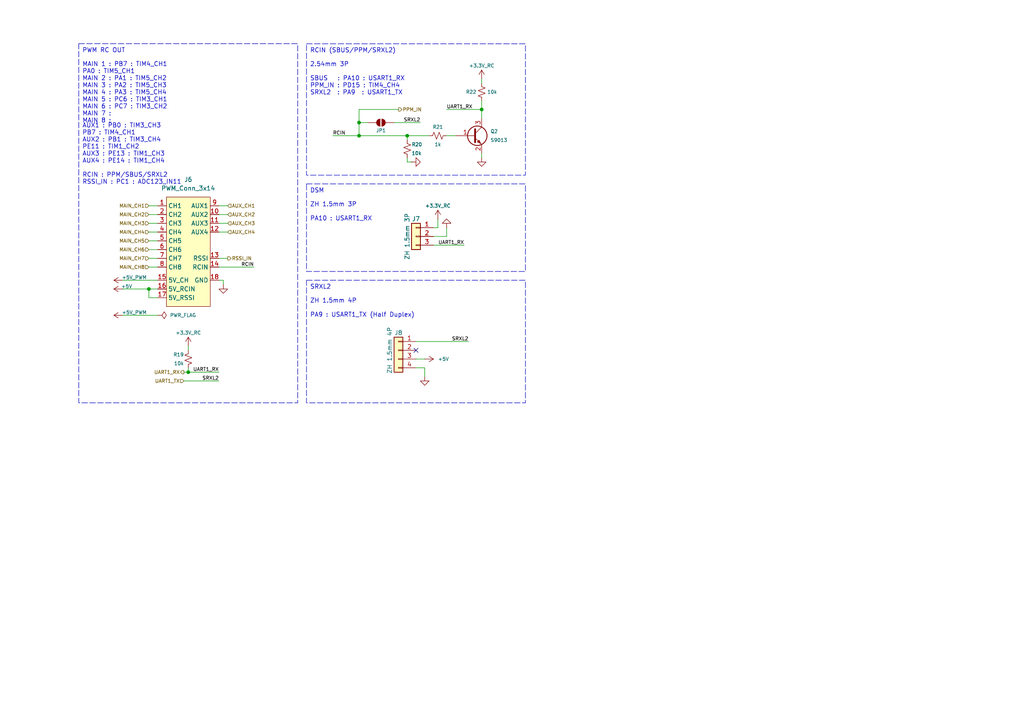
<source format=kicad_sch>
(kicad_sch (version 20231120) (generator "eeschema") (generator_version "8.0")
  (paper "A4")
  (title_block (title "RC_INPUT") (date "2025-02-08") (rev "A") (company "NARAE") (comment 1 "INHA Univ. Areo-modelling Club") (comment 2 "2024 Winter UAV Project "))
  (lib_symbols
    (symbol "+5V_1" (power) (pin_names (offset 0))
      (property "Value" "+5V" (at 0 3.556 0))
      (symbol "+5V_1_0_1"
        (polyline (pts (xy -0.762 1.27) (xy 0 2.54)))
        (polyline (pts (xy 0 0) (xy 0 2.54)))
        (polyline (pts (xy 0 2.54) (xy 0.762 1.27)))
      )
      (symbol "+5V_1_1_1"
        (pin power_in line (at 0 0 90) (length 0) hide (name "+5V") (number "1"))
      )
    )
    (symbol "Connector_Generic:Conn_01x03" (pin_names (offset 1.016) hide)
      (property "Reference" "J" (at 0 5.08 0))
      (property "Value" "Conn_01x03" (at 0 -5.08 0))
      (symbol "Conn_01x03_1_1"
        (rectangle (start -1.27 -2.413) (end 0 -2.667) (stroke (width 0.1524)))
        (rectangle (start -1.27 0.127) (end 0 -0.127) (stroke (width 0.1524)))
        (rectangle (start -1.27 2.667) (end 0 2.413) (stroke (width 0.1524)))
        (rectangle (start -1.27 3.81) (end 1.27 -3.81) (stroke (width 0.254)) (fill (type background)))
        (pin passive line (at -5.08 2.54 0) (length 3.81) (name "Pin_1") (number "1"))
        (pin passive line (at -5.08 0 0) (length 3.81) (name "Pin_2") (number "2"))
        (pin passive line (at -5.08 -2.54 0) (length 3.81) (name "Pin_3") (number "3"))
      )
    )
    (symbol "Connector_Generic:Conn_01x04" (pin_names (offset 1.016) hide)
      (property "Reference" "J" (at 0 5.08 0))
      (property "Value" "Conn_01x04" (at 0 -7.62 0))
      (symbol "Conn_01x04_1_1"
        (rectangle (start -1.27 -4.953) (end 0 -5.207) (stroke (width 0.1524)))
        (rectangle (start -1.27 -2.413) (end 0 -2.667) (stroke (width 0.1524)))
        (rectangle (start -1.27 0.127) (end 0 -0.127) (stroke (width 0.1524)))
        (rectangle (start -1.27 2.667) (end 0 2.413) (stroke (width 0.1524)))
        (rectangle (start -1.27 3.81) (end 1.27 -6.35) (stroke (width 0.254)) (fill (type background)))
        (pin passive line (at -5.08 2.54 0) (length 3.81) (name "Pin_1") (number "1"))
        (pin passive line (at -5.08 0 0) (length 3.81) (name "Pin_2") (number "2"))
        (pin passive line (at -5.08 -2.54 0) (length 3.81) (name "Pin_3") (number "3"))
        (pin passive line (at -5.08 -5.08 0) (length 3.81) (name "Pin_4") (number "4"))
      )
    )
    (symbol "Device:Q_NPN_BEC" (pin_names (offset 0) hide)
      (property "Reference" "Q" (at 5.08 1.27 0))
      (property "Value" "Q_NPN_BEC" (at 5.08 -1.27 0))
      (symbol "Q_NPN_BEC_0_1"
        (polyline (pts (xy 0.635 0.635) (xy 2.54 2.54)))
        (polyline (pts (xy 0.635 -0.635) (xy 2.54 -2.54) (xy 2.54 -2.54)))
        (polyline (pts (xy 0.635 1.905) (xy 0.635 -1.905) (xy 0.635 -1.905)) (stroke (width 0.508)))
        (polyline (pts (xy 1.27 -1.778) (xy 1.778 -1.27) (xy 2.286 -2.286) (xy 1.27 -1.778) (xy 1.27 -1.778)) (fill (type outline)))
        (circle (center 1.27 0) (radius 2.8194) (stroke (width 0.254)))
      )
      (symbol "Q_NPN_BEC_1_1"
        (pin input line (at -5.08 0 0) (length 5.715) (name "B") (number "1"))
        (pin passive line (at 2.54 -5.08 90) (length 2.54) (name "E") (number "2"))
        (pin passive line (at 2.54 5.08 270) (length 2.54) (name "C") (number "3"))
      )
    )
    (symbol "Device:R_Small_US" (pin_numbers hide) (pin_names (offset 0.254) hide)
      (property "Reference" "R" (at 0.762 0.508 0))
      (property "Value" "R_Small_US" (at 0.762 -1.016 0))
      (symbol "R_Small_US_1_1"
        (polyline (pts (xy 0 0) (xy 1.016 -0.381) (xy 0 -0.762) (xy -1.016 -1.143) (xy 0 -1.524)))
        (polyline (pts (xy 0 1.524) (xy 1.016 1.143) (xy 0 0.762) (xy -1.016 0.381) (xy 0 0)))
        (pin passive line (at 0 2.54 270) (length 1.016) (name "~") (number "1"))
        (pin passive line (at 0 -2.54 90) (length 1.016) (name "~") (number "2"))
      )
    )
    (symbol "GND_8" (power) (pin_numbers hide) (pin_names (offset 0) hide)
      (property "Value" "GND" (at 0 -3.81 0))
      (symbol "GND_8_0_1"
        (polyline (pts (xy 0 0) (xy 0 -1.27) (xy 1.27 -1.27) (xy 0 -2.54) (xy -1.27 -1.27) (xy 0 -1.27)))
      )
      (symbol "GND_8_1_1"
        (pin power_in line (at 0 0 270) (length 0) (name "~") (number "1"))
      )
    )
    (symbol "Jumper:SolderJumper_2_Open" (pin_numbers hide) (pin_names (offset 0) hide) (exclude_from_sim yes) (in_bom no)
      (property "Reference" "JP" (at 0 2.032 0))
      (property "Value" "SolderJumper_2_Open" (at 0 -2.54 0))
      (symbol "SolderJumper_2_Open_0_1"
        (arc (start -0.254 1.016) (mid -1.2656 0) (end -0.254 -1.016))
        (arc (start -0.254 1.016) (mid -1.2656 0) (end -0.254 -1.016) (fill (type outline)))
        (polyline (pts (xy -0.254 1.016) (xy -0.254 -1.016)))
        (polyline (pts (xy 0.254 1.016) (xy 0.254 -1.016)))
        (arc (start 0.254 -1.016) (mid 1.2656 0) (end 0.254 1.016))
        (arc (start 0.254 -1.016) (mid 1.2656 0) (end 0.254 1.016) (fill (type outline)))
      )
      (symbol "SolderJumper_2_Open_1_1"
        (pin passive line (at -3.81 0 0) (length 2.54) (name "A") (number "1"))
        (pin passive line (at 3.81 0 180) (length 2.54) (name "B") (number "2"))
      )
    )
    (symbol "PWM_Connector:PWM_Conn_3x14"
      (property "Reference" "J" (at 0 9.398 0))
      (property "Value" "PWM_Conn_3x14" (at 0 7.366 0))
      (symbol "PWM_Conn_3x14_0_1"
        (rectangle (start -6.35 6.35) (end 6.35 -25.4) (fill (type background)))
      )
      (symbol "PWM_Conn_3x14_1_1"
        (pin bidirectional line (at -8.89 3.81 0) (length 2.54) (name "CH1") (number "1"))
        (pin bidirectional line (at 8.89 1.27 180) (length 2.54) (name "AUX2") (number "10"))
        (pin bidirectional line (at 8.89 -1.27 180) (length 2.54) (name "AUX3") (number "11"))
        (pin bidirectional line (at 8.89 -3.81 180) (length 2.54) (name "AUX4") (number "12"))
        (pin bidirectional line (at 8.89 -11.43 180) (length 2.54) (name "RSSI") (number "13"))
        (pin bidirectional line (at 8.89 -13.97 180) (length 2.54) (name "RCIN") (number "14"))
        (pin passive line (at -8.89 -17.78 0) (length 2.54) (name "5V_CH") (number "15"))
        (pin passive line (at -8.89 -20.32 0) (length 2.54) (name "5V_RCIN") (number "16"))
        (pin passive line (at -8.89 -22.86 0) (length 2.54) (name "5V_RSSI") (number "17"))
        (pin passive line (at 8.89 -17.78 180) (length 2.54) (name "GND") (number "18"))
        (pin bidirectional line (at -8.89 1.27 0) (length 2.54) (name "CH2") (number "2"))
        (pin bidirectional line (at -8.89 -1.27 0) (length 2.54) (name "CH3") (number "3"))
        (pin bidirectional line (at -8.89 -3.81 0) (length 2.54) (name "CH4") (number "4"))
        (pin bidirectional line (at -8.89 -6.35 0) (length 2.54) (name "CH5") (number "5"))
        (pin bidirectional line (at -8.89 -8.89 0) (length 2.54) (name "CH6") (number "6"))
        (pin bidirectional line (at -8.89 -11.43 0) (length 2.54) (name "CH7") (number "7"))
        (pin bidirectional line (at -8.89 -13.97 0) (length 2.54) (name "CH8") (number "8"))
        (pin bidirectional line (at 8.89 3.81 180) (length 2.54) (name "AUX1") (number "9"))
      )
    )
    (symbol "power:+3.3VA" (power) (pin_numbers hide) (pin_names (offset 0) hide)
      (property "Value" "+3.3VA" (at 0 3.556 0))
      (symbol "+3.3VA_0_1"
        (polyline (pts (xy -0.762 1.27) (xy 0 2.54)))
        (polyline (pts (xy 0 0) (xy 0 2.54)))
        (polyline (pts (xy 0 2.54) (xy 0.762 1.27)))
      )
      (symbol "+3.3VA_1_1"
        (pin power_in line (at 0 0 90) (length 0) (name "~") (number "1"))
      )
    )
    (symbol "power:+5V" (power) (pin_numbers hide) (pin_names (offset 0) hide)
      (property "Value" "+5V" (at 0 3.556 0))
      (symbol "+5V_0_1"
        (polyline (pts (xy -0.762 1.27) (xy 0 2.54)))
        (polyline (pts (xy 0 0) (xy 0 2.54)))
        (polyline (pts (xy 0 2.54) (xy 0.762 1.27)))
      )
      (symbol "+5V_1_1"
        (pin power_in line (at 0 0 90) (length 0) (name "~") (number "1"))
      )
    )
    (symbol "power:GND" (power) (pin_numbers hide) (pin_names (offset 0) hide)
      (property "Value" "GND" (at 0 -3.81 0))
      (symbol "GND_0_1"
        (polyline (pts (xy 0 0) (xy 0 -1.27) (xy 1.27 -1.27) (xy 0 -2.54) (xy -1.27 -1.27) (xy 0 -1.27)))
      )
      (symbol "GND_1_1"
        (pin power_in line (at 0 0 270) (length 0) (name "~") (number "1"))
      )
    )
    (symbol "power:PWR_FLAG" (power) (pin_numbers hide) (pin_names (offset 0) hide)
      (property "Value" "PWR_FLAG" (at 0 3.81 0))
      (symbol "PWR_FLAG_0_0"
        (pin power_out line (at 0 0 90) (length 0) (name "~") (number "1"))
      )
      (symbol "PWR_FLAG_0_1"
        (polyline (pts (xy 0 0) (xy 0 1.27) (xy -1.016 1.905) (xy 0 2.54) (xy 1.016 1.905) (xy 0 1.27)))
      )
    )
  )
  (junction (at 118.11 39.37))
  (junction (at 104.14 35.56))
  (junction (at 104.14 39.37))
  (junction (at 43.18 83.82))
  (junction (at 139.7 31.75))
  (junction (at 54.61 107.95))
  (no_connect (at 120.65 101.6))
  (wire (pts (xy 121.92 35.56) (xy 114.3 35.56)))
  (wire (pts (xy 43.18 59.69) (xy 45.72 59.69)))
  (wire (pts (xy 53.34 110.49) (xy 63.5 110.49)))
  (wire (pts (xy 139.7 31.75) (xy 129.54 31.75)))
  (wire (pts (xy 118.11 46.99) (xy 119.38 46.99)))
  (wire (pts (xy 125.73 68.58) (xy 129.54 68.58)))
  (wire (pts (xy 43.18 77.47) (xy 45.72 77.47)))
  (wire (pts (xy 54.61 106.68) (xy 54.61 107.95)))
  (wire (pts (xy 63.5 59.69) (xy 66.04 59.69)))
  (wire (pts (xy 64.77 81.28) (xy 64.77 82.55)))
  (wire (pts (xy 139.7 44.45) (xy 139.7 45.72)))
  (wire (pts (xy 63.5 64.77) (xy 66.04 64.77)))
  (wire (pts (xy 123.19 106.68) (xy 123.19 109.22)))
  (wire (pts (xy 63.5 74.93) (xy 66.04 74.93)))
  (wire (pts (xy 43.18 83.82) (xy 43.18 86.36)))
  (wire (pts (xy 45.72 86.36) (xy 43.18 86.36)))
  (wire (pts (xy 43.18 64.77) (xy 45.72 64.77)))
  (wire (pts (xy 139.7 29.21) (xy 139.7 31.75)))
  (wire (pts (xy 104.14 35.56) (xy 106.68 35.56)))
  (wire (pts (xy 43.18 69.85) (xy 45.72 69.85)))
  (wire (pts (xy 118.11 39.37) (xy 118.11 40.64)))
  (wire (pts (xy 104.14 35.56) (xy 104.14 39.37)))
  (wire (pts (xy 63.5 77.47) (xy 73.66 77.47)))
  (wire (pts (xy 120.65 99.06) (xy 135.89 99.06)))
  (wire (pts (xy 115.57 31.75) (xy 104.14 31.75)))
  (wire (pts (xy 127 66.04) (xy 125.73 66.04)))
  (wire (pts (xy 53.34 107.95) (xy 54.61 107.95)))
  (wire (pts (xy 43.18 83.82) (xy 45.72 83.82)))
  (wire (pts (xy 63.5 67.31) (xy 66.04 67.31)))
  (wire (pts (xy 129.54 39.37) (xy 132.08 39.37)))
  (wire (pts (xy 104.14 31.75) (xy 104.14 35.56)))
  (wire (pts (xy 35.56 83.82) (xy 43.18 83.82)))
  (wire (pts (xy 43.18 72.39) (xy 45.72 72.39)))
  (wire (pts (xy 139.7 22.86) (xy 139.7 24.13)))
  (wire (pts (xy 54.61 100.33) (xy 54.61 101.6)))
  (wire (pts (xy 35.56 91.44) (xy 45.72 91.44)))
  (wire (pts (xy 43.18 74.93) (xy 45.72 74.93)))
  (wire (pts (xy 139.7 31.75) (xy 139.7 34.29)))
  (wire (pts (xy 120.65 104.14) (xy 123.19 104.14)))
  (wire (pts (xy 43.18 62.23) (xy 45.72 62.23)))
  (wire (pts (xy 129.54 68.58) (xy 129.54 66.04)))
  (wire (pts (xy 63.5 62.23) (xy 66.04 62.23)))
  (wire (pts (xy 54.61 107.95) (xy 63.5 107.95)))
  (wire (pts (xy 63.5 81.28) (xy 64.77 81.28)))
  (wire (pts (xy 104.14 39.37) (xy 118.11 39.37)))
  (wire (pts (xy 96.52 39.37) (xy 104.14 39.37)))
  (wire (pts (xy 118.11 39.37) (xy 124.46 39.37)))
  (wire (pts (xy 43.18 67.31) (xy 45.72 67.31)))
  (wire (pts (xy 127 63.5) (xy 127 66.04)))
  (wire (pts (xy 125.73 71.12) (xy 134.62 71.12)))
  (wire (pts (xy 120.65 106.68) (xy 123.19 106.68)))
  (wire (pts (xy 118.11 45.72) (xy 118.11 46.99)))
  (wire (pts (xy 35.56 81.28) (xy 45.72 81.28)))
  (rectangle (start 88.9 53.34) (end 152.4 78.74) (stroke (width 0) (type dash)))
  (rectangle (start 22.8481 12.6751) (end 86.3481 116.84) (stroke (width 0) (type dash)))
  (rectangle (start 88.9 12.7) (end 152.4 50.8) (stroke (width 0) (type dash)))
  (rectangle (start 88.9 81.28) (end 152.4 116.84) (stroke (width 0) (type dash)))
  (text "RCIN (SBUS/PPM/SRXL2)" (at 89.916 15.494 0) (effects (font (size 1.27 1.27)) (justify left bottom)))
  (text "ZH 1.5mm 3P\n\nPA10 : USART1_RX" (at 89.916 58.674 0) (effects (font (size 1.27 1.27)) (justify left top)))
  (text "SRXL2" (at 89.916 84.074 0) (effects (font (size 1.27 1.27)) (justify left bottom)))
  (text "2.54mm 3P\n\nSBUS   : PA10 : USART1_RX\nPPM_IN : PD15 : TIM4_CH4\nSRXL2  : PA9  : USART1_TX\n" (at 89.916 18.034 0) (effects (font (size 1.27 1.27)) (justify left top)))
  (text "DSM" (at 89.916 56.134 0) (effects (font (size 1.27 1.27)) (justify left bottom)))
  (text "MAIN 1 : PB7 : TIM4_CH1\nPA0 : TIM5_CH1\nMAIN 2 : PA1 : TIM5_CH2\nMAIN 3 : PA2 : TIM5_CH3\nMAIN 4 : PA3 : TIM5_CH4\nMAIN 5 : PC6 : TIM3_CH1\nMAIN 6 : PC7 : TIM3_CH2\nMAIN 7 : \nMAIN 8 : " (at 23.8641 18.0091 0) (effects (font (size 1.27 1.27)) (justify left top)))
  (text "PWM RC OUT" (at 23.8641 15.4691 0) (effects (font (size 1.27 1.27)) (justify left bottom)))
  (text "AUX1 : PB0 : TIM3_CH3\nPB7 : TIM4_CH1\nAUX2 : PB1 : TIM3_CH4\nPE11 : TIM1_CH2\nAUX3 : PE13 : TIM1_CH3\nAUX4 : PE14 : TIM1_CH4\n\nRCIN : PPM/SBUS/SRXL2\nRSSI_IN : PC1 : ADC123_IN11" (at 23.8641 35.7891 0) (effects (font (size 1.27 1.27)) (justify left top)))
  (text "ZH 1.5mm 4P\n\nPA9 : USART1_TX (Half Duplex)" (at 89.916 86.614 0) (effects (font (size 1.27 1.27)) (justify left top)))
  (label "UART1_RX" (at 129.54 31.75 0) (effects (font (size 1 1))))
  (label "UART1_RX" (at 63.5 107.95 180) (effects (font (size 1 1))))
  (label "RCIN" (at 73.66 77.47 180) (effects (font (size 1 1))))
  (label "SRXL2" (at 63.5 110.49 180) (effects (font (size 1 1))))
  (label "SRXL2" (at 135.89 99.06 180) (effects (font (size 1 1))))
  (label "UART1_RX" (at 134.62 71.12 180) (effects (font (size 1 1))))
  (label "RCIN" (at 96.52 39.37 0) (effects (font (size 1 1))))
  (label "SRXL2" (at 121.92 35.56 180) (effects (font (size 1 1))))
  (hierarchical_label "AUX_CH3" (shape input) (at 66.04 64.77 0) (effects (font (size 1 1))))
  (hierarchical_label "MAIN_CH2" (shape input) (at 43.18 62.23 180) (effects (font (size 1 1))))
  (hierarchical_label "AUX_CH1" (shape input) (at 66.04 59.69 0) (effects (font (size 1 1))))
  (hierarchical_label "UART1_RX" (shape output) (at 53.34 107.95 180) (effects (font (size 1 1))))
  (hierarchical_label "MAIN_CH3" (shape input) (at 43.18 64.77 180) (effects (font (size 1 1))))
  (hierarchical_label "AUX_CH2" (shape input) (at 66.04 62.23 0) (effects (font (size 1 1))))
  (hierarchical_label "AUX_CH4" (shape input) (at 66.04 67.31 0) (effects (font (size 1 1))))
  (hierarchical_label "MAIN_CH6" (shape input) (at 43.18 72.39 180) (effects (font (size 1 1))))
  (hierarchical_label "MAIN_CH4" (shape input) (at 43.18 67.31 180) (effects (font (size 1 1))))
  (hierarchical_label "MAIN_CH7" (shape input) (at 43.18 74.93 180) (effects (font (size 1 1))))
  (hierarchical_label "UART1_TX" (shape input) (at 53.34 110.49 180) (effects (font (size 1 1))))
  (hierarchical_label "MAIN_CH8" (shape input) (at 43.18 77.47 180) (effects (font (size 1 1))))
  (hierarchical_label "MAIN_CH5" (shape input) (at 43.18 69.85 180) (effects (font (size 1 1))))
  (hierarchical_label "PPM_IN" (shape output) (at 115.57 31.75 0) (effects (font (size 1 1))))
  (hierarchical_label "RSSI_IN" (shape output) (at 66.04 74.93 0) (effects (font (size 1 1))))
  (hierarchical_label "MAIN_CH1" (shape input) (at 43.18 59.69 180) (effects (font (size 1 1))))
  (symbol (lib_id "power:+3.3VA") (at 127 63.5 0) (unit 1)
    (property "Reference" "#PWR076" (effects (hide yes)))
    (property "Value" "+3.3V_RC" (at 127 59.69 0) (effects (font (size 1 1))))
    (property "Description" "Power symbol creates a global label with name \"+3.3VA\"" (effects (hide yes)))
  )
  (symbol (lib_id "Device:R_Small_US") (at 54.61 104.14 0) (mirror y) (unit 1)
    (property "Reference" "R19" (at 53.34 102.87 0) (effects (font (size 1 1)) (justify left)))
    (property "Value" "10k" (at 53.34 105.41 0) (effects (font (size 1 1)) (justify left)))
    (property "Footprint" "Resistor_SMD:R_0402_1005Metric" (effects (hide yes)))
    (property "Description" "Resistor, small US symbol" (effects (hide yes)))
    (property "LCSC" "C25531" (effects (hide yes)))
  )
  (symbol (lib_id "Device:R_Small_US") (at 118.11 43.18 0) (unit 1)
    (property "Reference" "R20" (at 119.38 41.91 0) (effects (font (size 1 1)) (justify left)))
    (property "Value" "10k" (at 119.38 44.45 0) (effects (font (size 1 1)) (justify left)))
    (property "Footprint" "Resistor_SMD:R_0402_1005Metric" (effects (hide yes)))
    (property "Description" "Resistor, small US symbol" (effects (hide yes)))
    (property "LCSC" "C25531" (effects (hide yes)))
  )
  (symbol (lib_id "power:+5V") (at 35.56 83.82 90) (unit 1)
    (property "Reference" "#PWR071" (effects (hide yes)))
    (property "Value" "+5V" (at 38.354 83.058 90) (effects (font (size 1 1)) (justify left)))
    (property "Description" "Power symbol creates a global label with name \"+5V\"" (effects (hide yes)))
  )
  (symbol (lib_id "power:+3.3VA") (at 139.7 22.86 0) (unit 1)
    (property "Reference" "#PWR080" (effects (hide yes)))
    (property "Value" "+3.3V_RC" (at 139.7 19.05 0) (effects (font (size 1 1))))
    (property "Description" "Power symbol creates a global label with name \"+3.3VA\"" (effects (hide yes)))
  )
  (symbol (lib_id "Device:Q_NPN_BEC") (at 137.16 39.37 0) (unit 1)
    (property "Reference" "Q2" (at 142.24 38.0999 0) (effects (font (size 1 1)) (justify left)))
    (property "Value" "S9013" (at 142.24 40.6399 0) (effects (font (size 1 1)) (justify left)))
    (property "Footprint" "Package_TO_SOT_SMD:SOT-23-3" (effects (hide yes)))
    (property "LCSC" "C111269" (effects (hide yes)))
  )
  (symbol (lib_id "Connector_Generic:Conn_01x04") (at 115.57 101.6 0) (mirror y) (unit 1)
    (property "Reference" "J8" (at 115.57 96.52 0))
    (property "Value" "ZH 1.5mm 4P" (at 113.03 101.6 90))
    (property "Footprint" "JST_ZH:JST_ZH_S4B-ZR-SM4A-TF_1x04-1MP_P1.50mm_Horizontal" (effects (hide yes)))
    (property "Description" "Generic connector, single row, 01x04, script generated (kicad-library-utils/schlib/autogen/connector/)" (effects (hide yes)))
    (property "LCSC" "C485354" (effects (hide yes)))
  )
  (symbol (lib_id "power:GND") (at 123.19 109.22 0) (unit 1)
    (property "Reference" "#PWR079" (effects (hide yes)))
    (property "Value" "GND" (effects (hide yes)))
    (property "Description" "Power symbol creates a global label with name \"GND\" , ground" (effects (hide yes)))
  )
  (symbol (lib_name "+5V_1") (lib_id "power:+5V") (at 35.56 81.28 90) (unit 1)
    (property "Reference" "#PWR070" (effects (hide yes)))
    (property "Value" "+5V_PWM" (at 35.306 81.026 90) (effects (font (size 1 1)) (justify right top)))
  )
  (symbol (lib_id "power:GND") (at 119.38 46.99 90) (unit 1)
    (property "Reference" "#PWR075" (effects (hide yes)))
    (property "Value" "GND" (effects (hide yes)))
    (property "Description" "Power symbol creates a global label with name \"GND\" , ground" (effects (hide yes)))
  )
  (symbol (lib_id "power:GND") (at 129.54 66.04 180) (unit 1)
    (property "Reference" "#PWR077" (effects (hide yes)))
    (property "Value" "GND" (effects (hide yes)))
    (property "Description" "Power symbol creates a global label with name \"GND\" , ground" (effects (hide yes)))
  )
  (symbol (lib_name "+5V_1") (lib_id "power:+5V") (at 35.56 91.44 90) (unit 1)
    (property "Reference" "#PWR072" (effects (hide yes)))
    (property "Value" "+5V_PWM" (at 35.306 91.186 90) (effects (font (size 1 1)) (justify right top)))
  )
  (symbol (lib_name "GND_8") (lib_id "power:GND") (at 64.77 82.55 0) (unit 1)
    (property "Reference" "#PWR074" (effects (hide yes)))
    (property "Value" "GND" (effects (hide yes)))
    (property "Description" "Power symbol creates a global label with name \"GND\" , ground" (effects (hide yes)))
  )
  (symbol (lib_id "power:+5V") (at 123.19 104.14 270) (unit 1)
    (property "Reference" "#PWR078" (effects (hide yes)))
    (property "Value" "+5V" (at 127 104.1399 90) (effects (font (size 1 1)) (justify left)))
    (property "Description" "Power symbol creates a global label with name \"+5V\"" (effects (hide yes)))
  )
  (symbol (lib_id "power:+3.3VA") (at 54.61 100.33 0) (unit 1)
    (property "Reference" "#PWR073" (effects (hide yes)))
    (property "Value" "+3.3V_RC" (at 54.61 96.52 0) (effects (font (size 1 1))))
    (property "Description" "Power symbol creates a global label with name \"+3.3VA\"" (effects (hide yes)))
  )
  (symbol (lib_id "power:PWR_FLAG") (at 45.72 91.44 270) (unit 1)
    (property "Reference" "#FLG05" (effects (hide yes)))
    (property "Value" "PWR_FLAG" (at 53.086 91.44 90) (effects (font (size 1 1))))
    (property "Description" "Special symbol for telling ERC where power comes from" (effects (hide yes)))
  )
  (symbol (lib_id "Device:R_Small_US") (at 139.7 26.67 0) (unit 1)
    (property "Reference" "R22" (at 136.652 26.67 0) (effects (font (size 1 1))))
    (property "Value" "10k" (at 142.748 26.67 0) (effects (font (size 1 1))))
    (property "Footprint" "Resistor_SMD:R_0402_1005Metric" (effects (hide yes)))
    (property "Description" "Resistor, small US symbol" (effects (hide yes)))
    (property "LCSC" "C25531" (effects (hide yes)))
  )
  (symbol (lib_id "Connector_Generic:Conn_01x03") (at 120.65 68.58 0) (mirror y) (unit 1)
    (property "Reference" "J7" (at 120.65 63.5 0))
    (property "Value" "ZH 1.5mm 3P" (at 118.11 68.58 90))
    (property "Footprint" "JST_ZH:JST_ZH_S3B-ZR-SM4A-TF_1x03-1MP_P1.50mm_Horizontal" (effects (hide yes)))
    (property "Description" "Generic connector, single row, 01x03, script generated (kicad-library-utils/schlib/autogen/connector/)" (effects (hide yes)))
    (property "LCSC" "C72591" (effects (hide yes)))
  )
  (symbol (lib_id "Device:R_Small_US") (at 127 39.37 90) (unit 1)
    (property "Reference" "R21" (at 127 36.83 90) (effects (font (size 1 1))))
    (property "Value" "1k" (at 127 41.91 90) (effects (font (size 1 1))))
    (property "Footprint" "Resistor_SMD:R_0402_1005Metric" (effects (hide yes)))
    (property "Description" "Resistor, small US symbol" (effects (hide yes)))
    (property "LCSC" "C11702" (effects (hide yes)))
  )
  (symbol (lib_id "Jumper:SolderJumper_2_Open") (at 110.49 35.56 180) (unit 1) (exclude_from_sim yes) (in_bom no)
    (property "Reference" "JP1" (at 110.49 37.846 0) (effects (font (size 1 1))))
    (property "Value" "SolderJumper_2_Open" (effects (hide yes)))
    (property "Footprint" "Jumper:SolderJumper-2_P1.3mm_Open_TrianglePad1.0x1.5mm" (effects (hide yes)))
    (property "Description" "Solder Jumper, 2-pole, open" (effects (hide yes)))
    (property "LCSC" "C161692" (effects (hide yes)))
  )
  (symbol (lib_id "power:GND") (at 139.7 45.72 0) (unit 1)
    (property "Reference" "#PWR081" (effects (hide yes)))
    (property "Value" "GND" (effects (hide yes)))
    (property "Description" "Power symbol creates a global label with name \"GND\" , ground" (effects (hide yes)))
  )
  (symbol (lib_id "PWM_Connector:PWM_Conn_3x14") (at 54.61 63.5 0) (unit 1)
    (property "Reference" "J6" (at 54.61 52.07 0))
    (property "Value" "PWM_Conn_3x14" (at 54.61 54.61 0))
    (property "Footprint" "PWM_Connector:PWM_Conn_3x14" (effects (hide yes)))
    (property "Description" "TSW-114-08-L-T-RA,  Tin Bend insert 42P -55℃~+125℃ 2.54mm Triple row Black Phosphor Bronze 2.54mm Push-Pull,P=2.54mm Pin Headers ROHS" (effects (hide yes)))
    (property "LCSC" "C3327492" (effects (hide yes)))
  )
)
</source>
